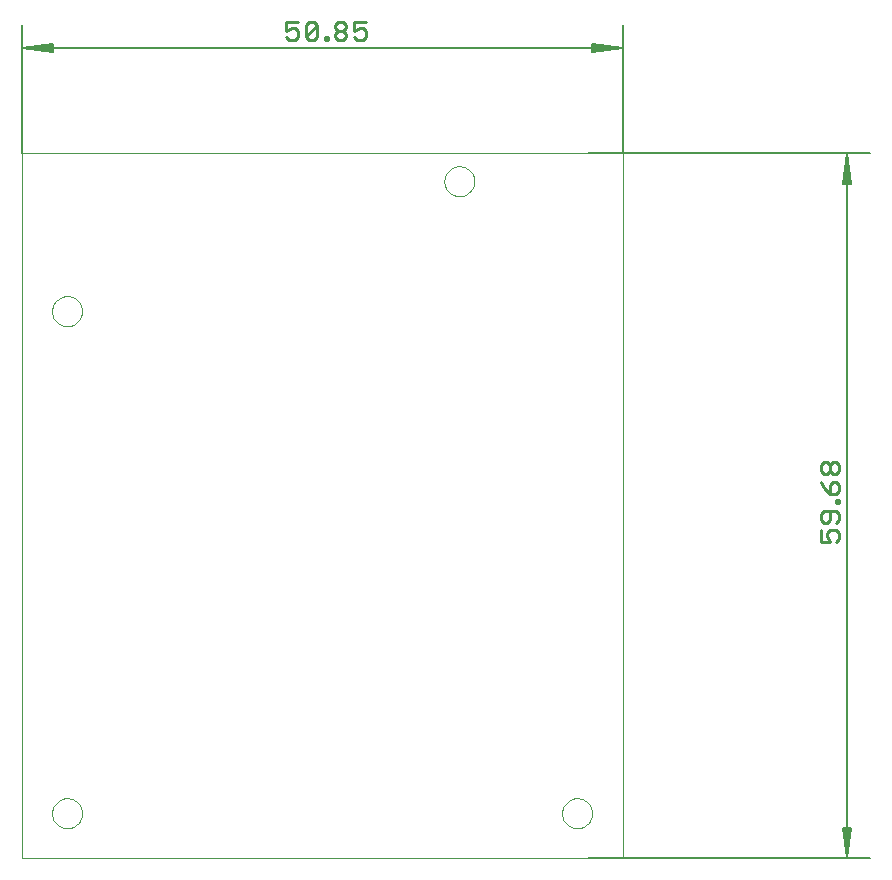
<source format=gm1>
G75*
%MOIN*%
%OFA0B0*%
%FSLAX24Y24*%
%IPPOS*%
%LPD*%
%AMOC8*
5,1,8,0,0,1.08239X$1,22.5*
%
%ADD10C,0.0000*%
%ADD11C,0.0051*%
%ADD12C,0.0110*%
D10*
X005333Y005500D02*
X005333Y028996D01*
X025353Y028996D01*
X025353Y005500D01*
X005333Y005500D01*
X006333Y007000D02*
X006335Y007044D01*
X006341Y007088D01*
X006351Y007131D01*
X006364Y007173D01*
X006381Y007214D01*
X006402Y007253D01*
X006426Y007290D01*
X006453Y007325D01*
X006483Y007357D01*
X006516Y007387D01*
X006552Y007413D01*
X006589Y007437D01*
X006629Y007456D01*
X006670Y007473D01*
X006713Y007485D01*
X006756Y007494D01*
X006800Y007499D01*
X006844Y007500D01*
X006888Y007497D01*
X006932Y007490D01*
X006975Y007479D01*
X007017Y007465D01*
X007057Y007447D01*
X007096Y007425D01*
X007132Y007401D01*
X007166Y007373D01*
X007198Y007342D01*
X007227Y007308D01*
X007253Y007272D01*
X007275Y007234D01*
X007294Y007194D01*
X007309Y007152D01*
X007321Y007110D01*
X007329Y007066D01*
X007333Y007022D01*
X007333Y006978D01*
X007329Y006934D01*
X007321Y006890D01*
X007309Y006848D01*
X007294Y006806D01*
X007275Y006766D01*
X007253Y006728D01*
X007227Y006692D01*
X007198Y006658D01*
X007166Y006627D01*
X007132Y006599D01*
X007096Y006575D01*
X007057Y006553D01*
X007017Y006535D01*
X006975Y006521D01*
X006932Y006510D01*
X006888Y006503D01*
X006844Y006500D01*
X006800Y006501D01*
X006756Y006506D01*
X006713Y006515D01*
X006670Y006527D01*
X006629Y006544D01*
X006589Y006563D01*
X006552Y006587D01*
X006516Y006613D01*
X006483Y006643D01*
X006453Y006675D01*
X006426Y006710D01*
X006402Y006747D01*
X006381Y006786D01*
X006364Y006827D01*
X006351Y006869D01*
X006341Y006912D01*
X006335Y006956D01*
X006333Y007000D01*
X006333Y023736D02*
X006335Y023780D01*
X006341Y023824D01*
X006351Y023867D01*
X006364Y023909D01*
X006381Y023950D01*
X006402Y023989D01*
X006426Y024026D01*
X006453Y024061D01*
X006483Y024093D01*
X006516Y024123D01*
X006552Y024149D01*
X006589Y024173D01*
X006629Y024192D01*
X006670Y024209D01*
X006713Y024221D01*
X006756Y024230D01*
X006800Y024235D01*
X006844Y024236D01*
X006888Y024233D01*
X006932Y024226D01*
X006975Y024215D01*
X007017Y024201D01*
X007057Y024183D01*
X007096Y024161D01*
X007132Y024137D01*
X007166Y024109D01*
X007198Y024078D01*
X007227Y024044D01*
X007253Y024008D01*
X007275Y023970D01*
X007294Y023930D01*
X007309Y023888D01*
X007321Y023846D01*
X007329Y023802D01*
X007333Y023758D01*
X007333Y023714D01*
X007329Y023670D01*
X007321Y023626D01*
X007309Y023584D01*
X007294Y023542D01*
X007275Y023502D01*
X007253Y023464D01*
X007227Y023428D01*
X007198Y023394D01*
X007166Y023363D01*
X007132Y023335D01*
X007096Y023311D01*
X007057Y023289D01*
X007017Y023271D01*
X006975Y023257D01*
X006932Y023246D01*
X006888Y023239D01*
X006844Y023236D01*
X006800Y023237D01*
X006756Y023242D01*
X006713Y023251D01*
X006670Y023263D01*
X006629Y023280D01*
X006589Y023299D01*
X006552Y023323D01*
X006516Y023349D01*
X006483Y023379D01*
X006453Y023411D01*
X006426Y023446D01*
X006402Y023483D01*
X006381Y023522D01*
X006364Y023563D01*
X006351Y023605D01*
X006341Y023648D01*
X006335Y023692D01*
X006333Y023736D01*
X019412Y028067D02*
X019414Y028111D01*
X019420Y028155D01*
X019430Y028198D01*
X019443Y028240D01*
X019460Y028281D01*
X019481Y028320D01*
X019505Y028357D01*
X019532Y028392D01*
X019562Y028424D01*
X019595Y028454D01*
X019631Y028480D01*
X019668Y028504D01*
X019708Y028523D01*
X019749Y028540D01*
X019792Y028552D01*
X019835Y028561D01*
X019879Y028566D01*
X019923Y028567D01*
X019967Y028564D01*
X020011Y028557D01*
X020054Y028546D01*
X020096Y028532D01*
X020136Y028514D01*
X020175Y028492D01*
X020211Y028468D01*
X020245Y028440D01*
X020277Y028409D01*
X020306Y028375D01*
X020332Y028339D01*
X020354Y028301D01*
X020373Y028261D01*
X020388Y028219D01*
X020400Y028177D01*
X020408Y028133D01*
X020412Y028089D01*
X020412Y028045D01*
X020408Y028001D01*
X020400Y027957D01*
X020388Y027915D01*
X020373Y027873D01*
X020354Y027833D01*
X020332Y027795D01*
X020306Y027759D01*
X020277Y027725D01*
X020245Y027694D01*
X020211Y027666D01*
X020175Y027642D01*
X020136Y027620D01*
X020096Y027602D01*
X020054Y027588D01*
X020011Y027577D01*
X019967Y027570D01*
X019923Y027567D01*
X019879Y027568D01*
X019835Y027573D01*
X019792Y027582D01*
X019749Y027594D01*
X019708Y027611D01*
X019668Y027630D01*
X019631Y027654D01*
X019595Y027680D01*
X019562Y027710D01*
X019532Y027742D01*
X019505Y027777D01*
X019481Y027814D01*
X019460Y027853D01*
X019443Y027894D01*
X019430Y027936D01*
X019420Y027979D01*
X019414Y028023D01*
X019412Y028067D01*
X023333Y007000D02*
X023335Y007044D01*
X023341Y007088D01*
X023351Y007131D01*
X023364Y007173D01*
X023381Y007214D01*
X023402Y007253D01*
X023426Y007290D01*
X023453Y007325D01*
X023483Y007357D01*
X023516Y007387D01*
X023552Y007413D01*
X023589Y007437D01*
X023629Y007456D01*
X023670Y007473D01*
X023713Y007485D01*
X023756Y007494D01*
X023800Y007499D01*
X023844Y007500D01*
X023888Y007497D01*
X023932Y007490D01*
X023975Y007479D01*
X024017Y007465D01*
X024057Y007447D01*
X024096Y007425D01*
X024132Y007401D01*
X024166Y007373D01*
X024198Y007342D01*
X024227Y007308D01*
X024253Y007272D01*
X024275Y007234D01*
X024294Y007194D01*
X024309Y007152D01*
X024321Y007110D01*
X024329Y007066D01*
X024333Y007022D01*
X024333Y006978D01*
X024329Y006934D01*
X024321Y006890D01*
X024309Y006848D01*
X024294Y006806D01*
X024275Y006766D01*
X024253Y006728D01*
X024227Y006692D01*
X024198Y006658D01*
X024166Y006627D01*
X024132Y006599D01*
X024096Y006575D01*
X024057Y006553D01*
X024017Y006535D01*
X023975Y006521D01*
X023932Y006510D01*
X023888Y006503D01*
X023844Y006500D01*
X023800Y006501D01*
X023756Y006506D01*
X023713Y006515D01*
X023670Y006527D01*
X023629Y006544D01*
X023589Y006563D01*
X023552Y006587D01*
X023516Y006613D01*
X023483Y006643D01*
X023453Y006675D01*
X023426Y006710D01*
X023402Y006747D01*
X023381Y006786D01*
X023364Y006827D01*
X023351Y006869D01*
X023341Y006912D01*
X023335Y006956D01*
X023333Y007000D01*
D11*
X024203Y005500D02*
X033601Y005500D01*
X032833Y005500D02*
X032731Y006524D01*
X032708Y006524D02*
X032959Y006524D01*
X032833Y005500D01*
X032936Y006524D01*
X032885Y006524D02*
X032833Y005500D01*
X032782Y006524D01*
X032708Y006524D02*
X032833Y005500D01*
X032833Y028996D01*
X032936Y027972D01*
X032959Y027972D02*
X032833Y028996D01*
X032731Y027972D01*
X032708Y027972D02*
X032959Y027972D01*
X032885Y027972D02*
X032833Y028996D01*
X032782Y027972D01*
X032708Y027972D02*
X032833Y028996D01*
X033601Y028996D02*
X024203Y028996D01*
X025353Y028996D02*
X025353Y033268D01*
X025353Y032500D02*
X024330Y032398D01*
X024330Y032374D02*
X025353Y032500D01*
X024330Y032602D01*
X024330Y032626D02*
X024330Y032374D01*
X024330Y032449D02*
X025353Y032500D01*
X024330Y032551D01*
X024330Y032626D02*
X025353Y032500D01*
X005333Y032500D01*
X006357Y032398D01*
X006357Y032374D02*
X005333Y032500D01*
X006357Y032602D01*
X006357Y032626D02*
X006357Y032374D01*
X006357Y032449D02*
X005333Y032500D01*
X006357Y032551D01*
X006357Y032626D02*
X005333Y032500D01*
X005333Y033268D02*
X005333Y028996D01*
D12*
X014142Y032880D02*
X014240Y032781D01*
X014437Y032781D01*
X014536Y032880D01*
X014536Y033076D01*
X014437Y033175D01*
X014339Y033175D01*
X014142Y033076D01*
X014142Y033372D01*
X014536Y033372D01*
X014787Y033273D02*
X014787Y032880D01*
X015180Y033273D01*
X015180Y032880D01*
X015082Y032781D01*
X014885Y032781D01*
X014787Y032880D01*
X014787Y033273D02*
X014885Y033372D01*
X015082Y033372D01*
X015180Y033273D01*
X015431Y032880D02*
X015530Y032880D01*
X015530Y032781D01*
X015431Y032781D01*
X015431Y032880D01*
X015753Y032880D02*
X015753Y032978D01*
X015852Y033076D01*
X016049Y033076D01*
X016147Y032978D01*
X016147Y032880D01*
X016049Y032781D01*
X015852Y032781D01*
X015753Y032880D01*
X015852Y033076D02*
X015753Y033175D01*
X015753Y033273D01*
X015852Y033372D01*
X016049Y033372D01*
X016147Y033273D01*
X016147Y033175D01*
X016049Y033076D01*
X016398Y033076D02*
X016595Y033175D01*
X016693Y033175D01*
X016792Y033076D01*
X016792Y032880D01*
X016693Y032781D01*
X016496Y032781D01*
X016398Y032880D01*
X016398Y033076D02*
X016398Y033372D01*
X016792Y033372D01*
X031962Y018598D02*
X031962Y018401D01*
X032060Y018303D01*
X032158Y018303D01*
X032257Y018401D01*
X032257Y018598D01*
X032355Y018696D01*
X032454Y018696D01*
X032552Y018598D01*
X032552Y018401D01*
X032454Y018303D01*
X032355Y018303D01*
X032257Y018401D01*
X032257Y018598D02*
X032158Y018696D01*
X032060Y018696D01*
X031962Y018598D01*
X031962Y018052D02*
X032060Y017855D01*
X032257Y017658D01*
X032257Y017953D01*
X032355Y018052D01*
X032454Y018052D01*
X032552Y017953D01*
X032552Y017757D01*
X032454Y017658D01*
X032257Y017658D01*
X032454Y017434D02*
X032552Y017434D01*
X032552Y017336D01*
X032454Y017336D01*
X032454Y017434D01*
X032454Y017085D02*
X032060Y017085D01*
X031962Y016987D01*
X031962Y016790D01*
X032060Y016691D01*
X032158Y016691D01*
X032257Y016790D01*
X032257Y017085D01*
X032454Y017085D02*
X032552Y016987D01*
X032552Y016790D01*
X032454Y016691D01*
X032454Y016440D02*
X032552Y016342D01*
X032552Y016145D01*
X032454Y016047D01*
X032257Y016047D02*
X032158Y016244D01*
X032158Y016342D01*
X032257Y016440D01*
X032454Y016440D01*
X032257Y016047D02*
X031962Y016047D01*
X031962Y016440D01*
M02*

</source>
